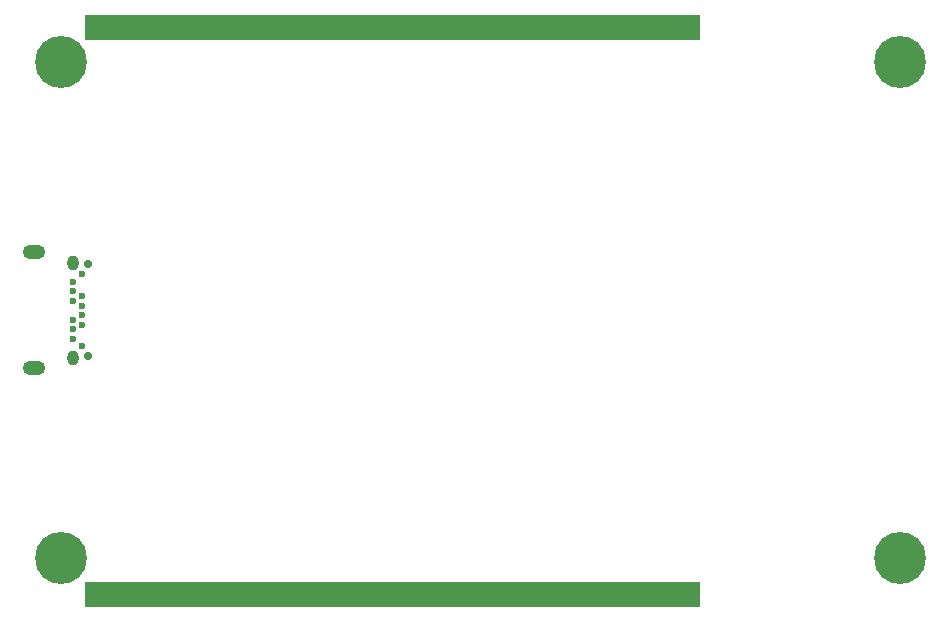
<source format=gbr>
%TF.GenerationSoftware,KiCad,Pcbnew,5.1.10*%
%TF.CreationDate,2021-05-25T23:34:38-06:00*%
%TF.ProjectId,mountaineer,6d6f756e-7461-4696-9e65-65722e6b6963,2*%
%TF.SameCoordinates,Original*%
%TF.FileFunction,Soldermask,Bot*%
%TF.FilePolarity,Negative*%
%FSLAX46Y46*%
G04 Gerber Fmt 4.6, Leading zero omitted, Abs format (unit mm)*
G04 Created by KiCad (PCBNEW 5.1.10) date 2021-05-25 23:34:38*
%MOMM*%
%LPD*%
G01*
G04 APERTURE LIST*
%ADD10C,0.100000*%
%ADD11O,0.950000X1.300000*%
%ADD12C,0.600000*%
%ADD13C,0.700000*%
%ADD14O,1.900000X1.200000*%
%ADD15C,4.400000*%
G04 APERTURE END LIST*
D10*
G36*
X173000000Y-132000000D02*
G01*
X121000000Y-132000000D01*
X121000000Y-130000000D01*
X173000000Y-130000000D01*
X173000000Y-132000000D01*
G37*
X173000000Y-132000000D02*
X121000000Y-132000000D01*
X121000000Y-130000000D01*
X173000000Y-130000000D01*
X173000000Y-132000000D01*
G36*
X173000000Y-84000000D02*
G01*
X121000000Y-84000000D01*
X121000000Y-82000000D01*
X173000000Y-82000000D01*
X173000000Y-84000000D01*
G37*
X173000000Y-84000000D02*
X121000000Y-84000000D01*
X121000000Y-82000000D01*
X173000000Y-82000000D01*
X173000000Y-84000000D01*
D11*
%TO.C,J1*%
X120050000Y-111000000D03*
X120050000Y-103000000D03*
D12*
X120750000Y-107400000D03*
X120750000Y-106600000D03*
X120750000Y-108200000D03*
X120750000Y-105800000D03*
X120050000Y-107800000D03*
X120050000Y-106200000D03*
X120050000Y-108600000D03*
X120050000Y-105400000D03*
X120050000Y-109400000D03*
X120050000Y-104600000D03*
X120750000Y-103950000D03*
X120750000Y-110050000D03*
D13*
X121250000Y-103100000D03*
X121250000Y-110900000D03*
D14*
X116700000Y-102100000D03*
X116700000Y-111900000D03*
%TD*%
D15*
%TO.C,H4*%
X190000000Y-86000000D03*
%TD*%
%TO.C,H3*%
X190000000Y-128000000D03*
%TD*%
%TO.C,H2*%
X119000000Y-86000000D03*
%TD*%
%TO.C,H1*%
X119000000Y-128000000D03*
%TD*%
M02*

</source>
